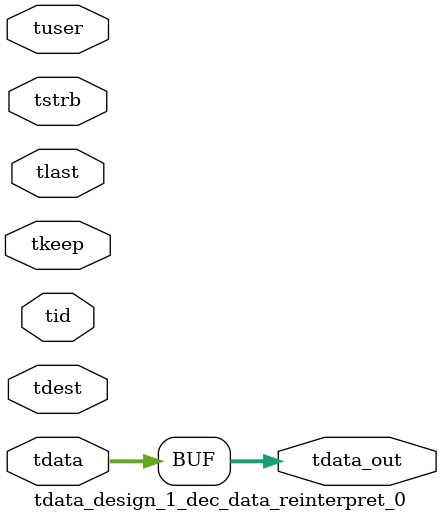
<source format=v>


`timescale 1ps/1ps

module tdata_design_1_dec_data_reinterpret_0 #
(
parameter C_S_AXIS_TDATA_WIDTH = 32,
parameter C_S_AXIS_TUSER_WIDTH = 0,
parameter C_S_AXIS_TID_WIDTH   = 0,
parameter C_S_AXIS_TDEST_WIDTH = 0,
parameter C_M_AXIS_TDATA_WIDTH = 32
)
(
input  [(C_S_AXIS_TDATA_WIDTH == 0 ? 1 : C_S_AXIS_TDATA_WIDTH)-1:0     ] tdata,
input  [(C_S_AXIS_TUSER_WIDTH == 0 ? 1 : C_S_AXIS_TUSER_WIDTH)-1:0     ] tuser,
input  [(C_S_AXIS_TID_WIDTH   == 0 ? 1 : C_S_AXIS_TID_WIDTH)-1:0       ] tid,
input  [(C_S_AXIS_TDEST_WIDTH == 0 ? 1 : C_S_AXIS_TDEST_WIDTH)-1:0     ] tdest,
input  [(C_S_AXIS_TDATA_WIDTH/8)-1:0 ] tkeep,
input  [(C_S_AXIS_TDATA_WIDTH/8)-1:0 ] tstrb,
input                                                                    tlast,
output [C_M_AXIS_TDATA_WIDTH-1:0] tdata_out
);

assign tdata_out = {tdata[127:0]};

endmodule


</source>
